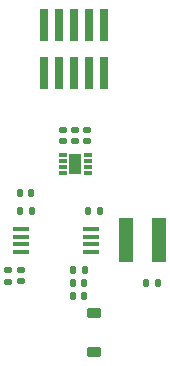
<source format=gbp>
G04 #@! TF.GenerationSoftware,KiCad,Pcbnew,7.0.2*
G04 #@! TF.CreationDate,2023-07-30T22:18:18-04:00*
G04 #@! TF.ProjectId,TopExternalFaceRev1,546f7045-7874-4657-926e-616c46616365,rev?*
G04 #@! TF.SameCoordinates,Original*
G04 #@! TF.FileFunction,Paste,Bot*
G04 #@! TF.FilePolarity,Positive*
%FSLAX46Y46*%
G04 Gerber Fmt 4.6, Leading zero omitted, Abs format (unit mm)*
G04 Created by KiCad (PCBNEW 7.0.2) date 2023-07-30 22:18:18*
%MOMM*%
%LPD*%
G01*
G04 APERTURE LIST*
G04 Aperture macros list*
%AMRoundRect*
0 Rectangle with rounded corners*
0 $1 Rounding radius*
0 $2 $3 $4 $5 $6 $7 $8 $9 X,Y pos of 4 corners*
0 Add a 4 corners polygon primitive as box body*
4,1,4,$2,$3,$4,$5,$6,$7,$8,$9,$2,$3,0*
0 Add four circle primitives for the rounded corners*
1,1,$1+$1,$2,$3*
1,1,$1+$1,$4,$5*
1,1,$1+$1,$6,$7*
1,1,$1+$1,$8,$9*
0 Add four rect primitives between the rounded corners*
20,1,$1+$1,$2,$3,$4,$5,0*
20,1,$1+$1,$4,$5,$6,$7,0*
20,1,$1+$1,$6,$7,$8,$9,0*
20,1,$1+$1,$8,$9,$2,$3,0*%
G04 Aperture macros list end*
%ADD10RoundRect,0.140000X-0.170000X0.140000X-0.170000X-0.140000X0.170000X-0.140000X0.170000X0.140000X0*%
%ADD11RoundRect,0.135000X-0.135000X-0.185000X0.135000X-0.185000X0.135000X0.185000X-0.135000X0.185000X0*%
%ADD12R,0.740000X2.790000*%
%ADD13RoundRect,0.140000X0.140000X0.170000X-0.140000X0.170000X-0.140000X-0.170000X0.140000X-0.170000X0*%
%ADD14R,1.200000X3.700000*%
%ADD15RoundRect,0.140000X0.170000X-0.140000X0.170000X0.140000X-0.170000X0.140000X-0.170000X-0.140000X0*%
%ADD16RoundRect,0.135000X0.135000X0.185000X-0.135000X0.185000X-0.135000X-0.185000X0.135000X-0.185000X0*%
%ADD17RoundRect,0.140000X-0.140000X-0.170000X0.140000X-0.170000X0.140000X0.170000X-0.140000X0.170000X0*%
%ADD18R,0.700000X0.300000*%
%ADD19R,1.000000X1.700000*%
%ADD20RoundRect,0.135000X-0.185000X0.135000X-0.185000X-0.135000X0.185000X-0.135000X0.185000X0.135000X0*%
%ADD21R,1.475000X0.450000*%
%ADD22RoundRect,0.225000X-0.375000X0.225000X-0.375000X-0.225000X0.375000X-0.225000X0.375000X0.225000X0*%
G04 APERTURE END LIST*
D10*
X132100000Y-123500000D03*
X132100000Y-124460000D03*
D11*
X137800000Y-118500000D03*
X138820000Y-118500000D03*
D12*
X134030000Y-102765000D03*
X134030000Y-106835000D03*
X135300000Y-102765000D03*
X135300000Y-106835000D03*
X136570000Y-102765000D03*
X136570000Y-106835000D03*
X137840000Y-102765000D03*
X137840000Y-106835000D03*
X139110000Y-102765000D03*
X139110000Y-106835000D03*
D10*
X137700000Y-111640000D03*
X137700000Y-112600000D03*
D13*
X137480000Y-125700000D03*
X136520000Y-125700000D03*
D14*
X141000000Y-121000000D03*
X143800000Y-121000000D03*
D15*
X135700000Y-112600000D03*
X135700000Y-111640000D03*
D16*
X137520000Y-123500000D03*
X136500000Y-123500000D03*
D13*
X143680000Y-124600000D03*
X142720000Y-124600000D03*
X137480000Y-124600000D03*
X136520000Y-124600000D03*
D17*
X132020000Y-117000000D03*
X132980000Y-117000000D03*
D15*
X136700000Y-112600000D03*
X136700000Y-111640000D03*
D18*
X137750000Y-113762500D03*
X137750000Y-114262500D03*
X137750000Y-114762500D03*
X137750000Y-115262500D03*
X135650000Y-115262500D03*
X135650000Y-114762500D03*
X135650000Y-114262500D03*
X135650000Y-113762500D03*
D19*
X136700000Y-114512500D03*
D16*
X133010000Y-118500000D03*
X131990000Y-118500000D03*
D20*
X131000000Y-123490000D03*
X131000000Y-124510000D03*
D21*
X138000000Y-120025000D03*
X138000000Y-120675000D03*
X138000000Y-121325000D03*
X138000000Y-121975000D03*
X132124000Y-121975000D03*
X132124000Y-121325000D03*
X132124000Y-120675000D03*
X132124000Y-120025000D03*
D22*
X138300000Y-127150000D03*
X138300000Y-130450000D03*
M02*

</source>
